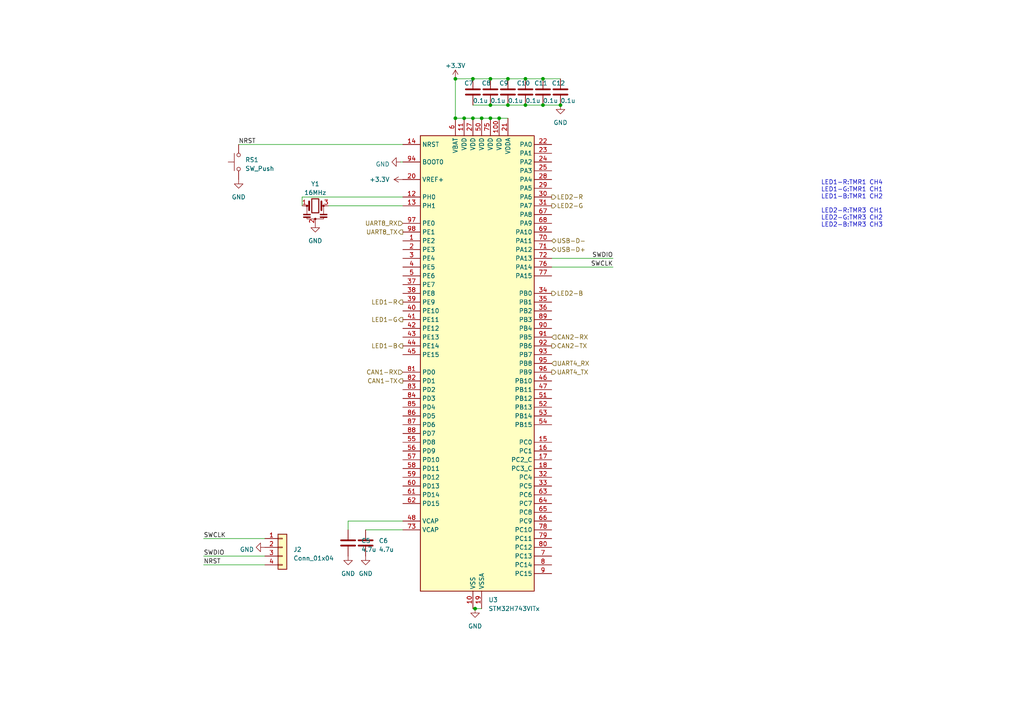
<source format=kicad_sch>
(kicad_sch (version 20231120) (generator "eeschema") (generator_version "8.0")
  (paper "A4")
  (lib_symbols
    (symbol "Connector_Generic:Conn_01x04" (pin_names (offset 1.016) hide)
      (property "Reference" "J" (at 0 5.08 0))
      (property "Value" "Conn_01x04" (at 0 -7.62 0))
      (symbol "Conn_01x04_1_1"
        (rectangle (start -1.27 -4.953) (end 0 -5.207) (stroke (width 0.1524)))
        (rectangle (start -1.27 -2.413) (end 0 -2.667) (stroke (width 0.1524)))
        (rectangle (start -1.27 0.127) (end 0 -0.127) (stroke (width 0.1524)))
        (rectangle (start -1.27 2.667) (end 0 2.413) (stroke (width 0.1524)))
        (rectangle (start -1.27 3.81) (end 1.27 -6.35) (stroke (width 0.254)) (fill (type background)))
        (pin passive line (at -5.08 2.54 0) (length 3.81) (name "Pin_1") (number "1"))
        (pin passive line (at -5.08 0 0) (length 3.81) (name "Pin_2") (number "2"))
        (pin passive line (at -5.08 -2.54 0) (length 3.81) (name "Pin_3") (number "3"))
        (pin passive line (at -5.08 -5.08 0) (length 3.81) (name "Pin_4") (number "4"))
      )
    )
    (symbol "Device:C" (pin_numbers hide) (pin_names (offset 0.254))
      (property "Reference" "C" (at 0.635 2.54 0))
      (property "Value" "C" (at 0.635 -2.54 0))
      (symbol "C_0_1"
        (polyline (pts (xy -2.032 -0.762) (xy 2.032 -0.762)) (stroke (width 0.508)))
        (polyline (pts (xy -2.032 0.762) (xy 2.032 0.762)) (stroke (width 0.508)))
      )
      (symbol "C_1_1"
        (pin passive line (at 0 3.81 270) (length 2.794) (name "~") (number "1"))
        (pin passive line (at 0 -3.81 90) (length 2.794) (name "~") (number "2"))
      )
    )
    (symbol "Device:Resonator" (pin_names (offset 1.016) hide)
      (property "Reference" "Y" (at 0 5.715 0))
      (property "Value" "Resonator" (at 0 3.81 0))
      (symbol "Resonator_0_1"
        (rectangle (start -3.429 -3.175) (end -1.397 -3.429) (fill (type outline)))
        (rectangle (start -3.429 -2.413) (end -1.397 -2.667) (fill (type outline)))
        (circle (center -2.413 0) (radius 0.254) (fill (type outline)))
        (rectangle (start -1.016 2.032) (end 1.016 -2.032) (stroke (width 0.3048)))
        (circle (center 0 -3.81) (radius 0.254) (fill (type outline)))
        (polyline (pts (xy -2.413 -2.413) (xy -2.413 0)))
        (polyline (pts (xy -1.905 0) (xy -3.175 0)))
        (polyline (pts (xy -1.778 -1.27) (xy -1.778 1.27)) (stroke (width 0.508)))
        (polyline (pts (xy 1.778 -1.27) (xy 1.778 1.27)) (stroke (width 0.508)))
        (polyline (pts (xy 1.905 0) (xy 2.54 0)))
        (polyline (pts (xy 2.413 0) (xy 2.413 -2.54)))
        (polyline (pts (xy 2.413 -3.302) (xy 2.413 -3.81) (xy -2.413 -3.81) (xy -2.413 -3.302)))
        (rectangle (start 1.397 -3.175) (end 3.429 -3.429) (fill (type outline)))
        (rectangle (start 1.397 -2.413) (end 3.429 -2.667) (fill (type outline)))
        (circle (center 2.413 0) (radius 0.254) (fill (type outline)))
      )
      (symbol "Resonator_1_1"
        (pin passive line (at -3.81 0 0) (length 1.27) (name "1") (number "1"))
        (pin passive line (at 0 -5.08 90) (length 1.27) (name "2") (number "2"))
        (pin passive line (at 3.81 0 180) (length 1.27) (name "3") (number "3"))
      )
    )
    (symbol "MCU_ST_STM32H7:STM32H743VITx"
      (property "Reference" "U" (at -15.24 67.31 0))
      (property "Value" "STM32H743VITx" (at 12.7 67.31 0))
      (symbol "STM32H743VITx_0_1"
        (rectangle (start -15.24 -66.04) (end 17.78 66.04) (stroke (width 0.254)) (fill (type background)))
      )
      (symbol "STM32H743VITx_1_1"
        (pin bidirectional line (at -20.32 35.56 0) (length 5.08) (name "PE2") (number "1"))
        (pin power_in line (at 0 -71.12 90) (length 5.08) (name "VSS") (number "10"))
        (pin power_in line (at 7.62 71.12 270) (length 5.08) (name "VDD") (number "100"))
        (pin power_in line (at -2.54 71.12 270) (length 5.08) (name "VDD") (number "11"))
        (pin bidirectional line (at -20.32 48.26 0) (length 5.08) (name "PH0") (number "12"))
        (pin bidirectional line (at -20.32 45.72 0) (length 5.08) (name "PH1") (number "13"))
        (pin input line (at -20.32 63.5 0) (length 5.08) (name "NRST") (number "14"))
        (pin bidirectional line (at 22.86 -22.86 180) (length 5.08) (name "PC0") (number "15"))
        (pin bidirectional line (at 22.86 -25.4 180) (length 5.08) (name "PC1") (number "16"))
        (pin bidirectional line (at 22.86 -27.94 180) (length 5.08) (name "PC2_C") (number "17"))
        (pin bidirectional line (at 22.86 -30.48 180) (length 5.08) (name "PC3_C") (number "18"))
        (pin power_in line (at 2.54 -71.12 90) (length 5.08) (name "VSSA") (number "19"))
        (pin bidirectional line (at -20.32 33.02 0) (length 5.08) (name "PE3") (number "2"))
        (pin input line (at -20.32 53.34 0) (length 5.08) (name "VREF+") (number "20"))
        (pin power_in line (at 10.16 71.12 270) (length 5.08) (name "VDDA") (number "21"))
        (pin bidirectional line (at 22.86 63.5 180) (length 5.08) (name "PA0") (number "22"))
        (pin bidirectional line (at 22.86 60.96 180) (length 5.08) (name "PA1") (number "23"))
        (pin bidirectional line (at 22.86 58.42 180) (length 5.08) (name "PA2") (number "24"))
        (pin bidirectional line (at 22.86 55.88 180) (length 5.08) (name "PA3") (number "25"))
        (pin passive line (at 0 -71.12 90) (length 5.08) hide (name "VSS") (number "26"))
        (pin power_in line (at 0 71.12 270) (length 5.08) (name "VDD") (number "27"))
        (pin bidirectional line (at 22.86 53.34 180) (length 5.08) (name "PA4") (number "28"))
        (pin bidirectional line (at 22.86 50.8 180) (length 5.08) (name "PA5") (number "29"))
        (pin bidirectional line (at -20.32 30.48 0) (length 5.08) (name "PE4") (number "3"))
        (pin bidirectional line (at 22.86 48.26 180) (length 5.08) (name "PA6") (number "30"))
        (pin bidirectional line (at 22.86 45.72 180) (length 5.08) (name "PA7") (number "31"))
        (pin bidirectional line (at 22.86 -33.02 180) (length 5.08) (name "PC4") (number "32"))
        (pin bidirectional line (at 22.86 -35.56 180) (length 5.08) (name "PC5") (number "33"))
        (pin bidirectional line (at 22.86 20.32 180) (length 5.08) (name "PB0") (number "34"))
        (pin bidirectional line (at 22.86 17.78 180) (length 5.08) (name "PB1") (number "35"))
        (pin bidirectional line (at 22.86 15.24 180) (length 5.08) (name "PB2") (number "36"))
        (pin bidirectional line (at -20.32 22.86 0) (length 5.08) (name "PE7") (number "37"))
        (pin bidirectional line (at -20.32 20.32 0) (length 5.08) (name "PE8") (number "38"))
        (pin bidirectional line (at -20.32 17.78 0) (length 5.08) (name "PE9") (number "39"))
        (pin bidirectional line (at -20.32 27.94 0) (length 5.08) (name "PE5") (number "4"))
        (pin bidirectional line (at -20.32 15.24 0) (length 5.08) (name "PE10") (number "40"))
        (pin bidirectional line (at -20.32 12.7 0) (length 5.08) (name "PE11") (number "41"))
        (pin bidirectional line (at -20.32 10.16 0) (length 5.08) (name "PE12") (number "42"))
        (pin bidirectional line (at -20.32 7.62 0) (length 5.08) (name "PE13") (number "43"))
        (pin bidirectional line (at -20.32 5.08 0) (length 5.08) (name "PE14") (number "44"))
        (pin bidirectional line (at -20.32 2.54 0) (length 5.08) (name "PE15") (number "45"))
        (pin bidirectional line (at 22.86 -5.08 180) (length 5.08) (name "PB10") (number "46"))
        (pin bidirectional line (at 22.86 -7.62 180) (length 5.08) (name "PB11") (number "47"))
        (pin power_out line (at -20.32 -45.72 0) (length 5.08) (name "VCAP") (number "48"))
        (pin passive line (at 0 -71.12 90) (length 5.08) hide (name "VSS") (number "49"))
        (pin bidirectional line (at -20.32 25.4 0) (length 5.08) (name "PE6") (number "5"))
        (pin power_in line (at 2.54 71.12 270) (length 5.08) (name "VDD") (number "50"))
        (pin bidirectional line (at 22.86 -10.16 180) (length 5.08) (name "PB12") (number "51"))
        (pin bidirectional line (at 22.86 -12.7 180) (length 5.08) (name "PB13") (number "52"))
        (pin bidirectional line (at 22.86 -15.24 180) (length 5.08) (name "PB14") (number "53"))
        (pin bidirectional line (at 22.86 -17.78 180) (length 5.08) (name "PB15") (number "54"))
        (pin bidirectional line (at -20.32 -22.86 0) (length 5.08) (name "PD8") (number "55"))
        (pin bidirectional line (at -20.32 -25.4 0) (length 5.08) (name "PD9") (number "56"))
        (pin bidirectional line (at -20.32 -27.94 0) (length 5.08) (name "PD10") (number "57"))
        (pin bidirectional line (at -20.32 -30.48 0) (length 5.08) (name "PD11") (number "58"))
        (pin bidirectional line (at -20.32 -33.02 0) (length 5.08) (name "PD12") (number "59"))
        (pin power_in line (at -5.08 71.12 270) (length 5.08) (name "VBAT") (number "6"))
        (pin bidirectional line (at -20.32 -35.56 0) (length 5.08) (name "PD13") (number "60"))
        (pin bidirectional line (at -20.32 -38.1 0) (length 5.08) (name "PD14") (number "61"))
        (pin bidirectional line (at -20.32 -40.64 0) (length 5.08) (name "PD15") (number "62"))
        (pin bidirectional line (at 22.86 -38.1 180) (length 5.08) (name "PC6") (number "63"))
        (pin bidirectional line (at 22.86 -40.64 180) (length 5.08) (name "PC7") (number "64"))
        (pin bidirectional line (at 22.86 -43.18 180) (length 5.08) (name "PC8") (number "65"))
        (pin bidirectional line (at 22.86 -45.72 180) (length 5.08) (name "PC9") (number "66"))
        (pin bidirectional line (at 22.86 43.18 180) (length 5.08) (name "PA8") (number "67"))
        (pin bidirectional line (at 22.86 40.64 180) (length 5.08) (name "PA9") (number "68"))
        (pin bidirectional line (at 22.86 38.1 180) (length 5.08) (name "PA10") (number "69"))
        (pin bidirectional line (at 22.86 -55.88 180) (length 5.08) (name "PC13") (number "7"))
        (pin bidirectional line (at 22.86 35.56 180) (length 5.08) (name "PA11") (number "70"))
        (pin bidirectional line (at 22.86 33.02 180) (length 5.08) (name "PA12") (number "71"))
        (pin bidirectional line (at 22.86 30.48 180) (length 5.08) (name "PA13") (number "72"))
        (pin power_out line (at -20.32 -48.26 0) (length 5.08) (name "VCAP") (number "73"))
        (pin passive line (at 0 -71.12 90) (length 5.08) hide (name "VSS") (number "74"))
        (pin power_in line (at 5.08 71.12 270) (length 5.08) (name "VDD") (number "75"))
        (pin bidirectional line (at 22.86 27.94 180) (length 5.08) (name "PA14") (number "76"))
        (pin bidirectional line (at 22.86 25.4 180) (length 5.08) (name "PA15") (number "77"))
        (pin bidirectional line (at 22.86 -48.26 180) (length 5.08) (name "PC10") (number "78"))
        (pin bidirectional line (at 22.86 -50.8 180) (length 5.08) (name "PC11") (number "79"))
        (pin bidirectional line (at 22.86 -58.42 180) (length 5.08) (name "PC14") (number "8"))
        (pin bidirectional line (at 22.86 -53.34 180) (length 5.08) (name "PC12") (number "80"))
        (pin bidirectional line (at -20.32 -2.54 0) (length 5.08) (name "PD0") (number "81"))
        (pin bidirectional line (at -20.32 -5.08 0) (length 5.08) (name "PD1") (number "82"))
        (pin bidirectional line (at -20.32 -7.62 0) (length 5.08) (name "PD2") (number "83"))
        (pin bidirectional line (at -20.32 -10.16 0) (length 5.08) (name "PD3") (number "84"))
        (pin bidirectional line (at -20.32 -12.7 0) (length 5.08) (name "PD4") (number "85"))
        (pin bidirectional line (at -20.32 -15.24 0) (length 5.08) (name "PD5") (number "86"))
        (pin bidirectional line (at -20.32 -17.78 0) (length 5.08) (name "PD6") (number "87"))
        (pin bidirectional line (at -20.32 -20.32 0) (length 5.08) (name "PD7") (number "88"))
        (pin bidirectional line (at 22.86 12.7 180) (length 5.08) (name "PB3") (number "89"))
        (pin bidirectional line (at 22.86 -60.96 180) (length 5.08) (name "PC15") (number "9"))
        (pin bidirectional line (at 22.86 10.16 180) (length 5.08) (name "PB4") (number "90"))
        (pin bidirectional line (at 22.86 7.62 180) (length 5.08) (name "PB5") (number "91"))
        (pin bidirectional line (at 22.86 5.08 180) (length 5.08) (name "PB6") (number "92"))
        (pin bidirectional line (at 22.86 2.54 180) (length 5.08) (name "PB7") (number "93"))
        (pin input line (at -20.32 58.42 0) (length 5.08) (name "BOOT0") (number "94"))
        (pin bidirectional line (at 22.86 0 180) (length 5.08) (name "PB8") (number "95"))
        (pin bidirectional line (at 22.86 -2.54 180) (length 5.08) (name "PB9") (number "96"))
        (pin bidirectional line (at -20.32 40.64 0) (length 5.08) (name "PE0") (number "97"))
        (pin bidirectional line (at -20.32 38.1 0) (length 5.08) (name "PE1") (number "98"))
        (pin passive line (at 0 -71.12 90) (length 5.08) hide (name "VSS") (number "99"))
      )
    )
    (symbol "Switch:SW_Push" (pin_numbers hide) (pin_names (offset 1.016) hide)
      (property "Reference" "SW" (at 1.27 2.54 0))
      (property "Value" "SW_Push" (at 0 -1.524 0))
      (symbol "SW_Push_0_1"
        (circle (center -2.032 0) (radius 0.508))
        (polyline (pts (xy 0 1.27) (xy 0 3.048)))
        (polyline (pts (xy 2.54 1.27) (xy -2.54 1.27)))
        (circle (center 2.032 0) (radius 0.508))
        (pin passive line (at -5.08 0 0) (length 2.54) (name "1") (number "1"))
        (pin passive line (at 5.08 0 180) (length 2.54) (name "2") (number "2"))
      )
    )
    (symbol "power:+3.3V" (power) (pin_names (offset 0))
      (property "Value" "+3.3V" (at 0 3.556 0))
      (symbol "+3.3V_0_1"
        (polyline (pts (xy -0.762 1.27) (xy 0 2.54)))
        (polyline (pts (xy 0 0) (xy 0 2.54)))
        (polyline (pts (xy 0 2.54) (xy 0.762 1.27)))
      )
      (symbol "+3.3V_1_1"
        (pin power_in line (at 0 0 90) (length 0) hide (name "+3.3V") (number "1"))
      )
    )
    (symbol "power:GND" (power) (pin_names (offset 0))
      (property "Value" "GND" (at 0 -3.81 0))
      (symbol "GND_0_1"
        (polyline (pts (xy 0 0) (xy 0 -1.27) (xy 1.27 -1.27) (xy 0 -2.54) (xy -1.27 -1.27) (xy 0 -1.27)))
      )
      (symbol "GND_1_1"
        (pin power_in line (at 0 0 270) (length 0) hide (name "GND") (number "1"))
      )
    )
  )
  (junction (at 132.08 22.86))
  (junction (at 137.16 34.29))
  (junction (at 137.16 22.86))
  (junction (at 162.56 30.48))
  (junction (at 157.48 30.48))
  (junction (at 142.24 22.86))
  (junction (at 147.32 30.48))
  (junction (at 142.24 34.29))
  (junction (at 144.78 34.29))
  (junction (at 152.4 30.48))
  (junction (at 132.08 34.29))
  (junction (at 157.48 22.86))
  (junction (at 152.4 22.86))
  (junction (at 142.24 30.48))
  (junction (at 139.7 34.29))
  (junction (at 137.795 176.53))
  (junction (at 134.62 34.29))
  (junction (at 147.32 22.86))
  (wire (pts (xy 152.4 30.48) (xy 157.48 30.48)))
  (wire (pts (xy 116.84 57.15) (xy 87.63 57.15)))
  (wire (pts (xy 137.16 22.86) (xy 142.24 22.86)))
  (wire (pts (xy 139.7 34.29) (xy 142.24 34.29)))
  (wire (pts (xy 137.16 34.29) (xy 139.7 34.29)))
  (wire (pts (xy 142.24 30.48) (xy 147.32 30.48)))
  (wire (pts (xy 116.84 46.99) (xy 116.205 46.99)))
  (wire (pts (xy 100.965 153.67) (xy 100.965 151.13)))
  (wire (pts (xy 132.08 22.86) (xy 132.08 34.29)))
  (wire (pts (xy 100.965 151.13) (xy 116.84 151.13)))
  (wire (pts (xy 147.32 30.48) (xy 152.4 30.48)))
  (wire (pts (xy 142.24 34.29) (xy 144.78 34.29)))
  (wire (pts (xy 106.045 153.67) (xy 116.84 153.67)))
  (wire (pts (xy 95.25 59.69) (xy 116.84 59.69)))
  (wire (pts (xy 87.63 57.15) (xy 87.63 59.69)))
  (wire (pts (xy 137.16 30.48) (xy 142.24 30.48)))
  (wire (pts (xy 157.48 22.86) (xy 162.56 22.86)))
  (wire (pts (xy 147.32 22.86) (xy 152.4 22.86)))
  (wire (pts (xy 177.8 74.93) (xy 160.02 74.93)))
  (wire (pts (xy 132.08 22.86) (xy 137.16 22.86)))
  (wire (pts (xy 76.835 156.21) (xy 59.055 156.21)))
  (wire (pts (xy 162.56 30.48) (xy 157.48 30.48)))
  (wire (pts (xy 69.215 41.91) (xy 116.84 41.91)))
  (wire (pts (xy 160.02 77.47) (xy 177.8 77.47)))
  (wire (pts (xy 59.055 163.83) (xy 76.835 163.83)))
  (wire (pts (xy 152.4 22.86) (xy 157.48 22.86)))
  (wire (pts (xy 137.16 176.53) (xy 137.795 176.53)))
  (wire (pts (xy 142.24 22.86) (xy 147.32 22.86)))
  (wire (pts (xy 144.78 34.29) (xy 147.32 34.29)))
  (wire (pts (xy 137.795 176.53) (xy 139.7 176.53)))
  (wire (pts (xy 134.62 34.29) (xy 137.16 34.29)))
  (wire (pts (xy 59.055 161.29) (xy 76.835 161.29)))
  (wire (pts (xy 132.08 34.29) (xy 134.62 34.29)))
  (text "LED1-R:TMR1 CH4\nLED1-G:TMR1 CH1\nLED1-B:TMR1 CH2\n\nLED2-R:TMR3 CH1\nLED2-G:TMR3 CH2\nLED2-B:TMR3 CH3" (at 238.125 66.04 0) (effects (font (size 1.27 1.27)) (justify left bottom)))
  (label "SWCLK" (at 177.8 77.47 180))
  (label "SWCLK" (at 59.055 156.21 0))
  (label "NRST" (at 69.215 41.91 0))
  (label "SWDIO" (at 177.8 74.93 180))
  (label "NRST" (at 59.055 163.83 0))
  (label "SWDIO" (at 59.055 161.29 0))
  (hierarchical_label "USB-D+" (shape bidirectional) (at 160.02 72.39 0))
  (hierarchical_label "CAN1-TX" (shape output) (at 116.84 110.49 180))
  (hierarchical_label "UART4_TX" (shape output) (at 160.02 107.95 0))
  (hierarchical_label "LED2-G" (shape output) (at 160.02 59.69 0))
  (hierarchical_label "CAN1-RX" (shape input) (at 116.84 107.95 180))
  (hierarchical_label "USB-D-" (shape bidirectional) (at 160.02 69.85 0))
  (hierarchical_label "LED1-G" (shape output) (at 116.84 92.71 180))
  (hierarchical_label "LED2-R" (shape output) (at 160.02 57.15 0))
  (hierarchical_label "UART4_RX" (shape input) (at 160.02 105.41 0))
  (hierarchical_label "LED1-R" (shape output) (at 116.84 87.63 180))
  (hierarchical_label "CAN2-RX" (shape input) (at 160.02 97.79 0))
  (hierarchical_label "UART8_RX" (shape input) (at 116.84 64.77 180))
  (hierarchical_label "LED1-B" (shape output) (at 116.84 100.33 180))
  (hierarchical_label "UART8_TX" (shape output) (at 116.84 67.31 180))
  (hierarchical_label "LED2-B" (shape output) (at 160.02 85.09 0))
  (hierarchical_label "CAN2-TX" (shape output) (at 160.02 100.33 0))
  (symbol (lib_id "Device:C") (at 137.16 26.67 0) (unit 1)
    (property "Reference" "C7" (at 134.62 24.13 0) (effects (justify left)))
    (property "Value" "0.1u" (at 137.16 29.21 0) (effects (justify left)))
    (property "Footprint" "Capacitor_SMD:C_0603_1608Metric_Pad1.08x0.95mm_HandSolder" (effects (hide yes)))
  )
  (symbol (lib_id "Device:Resonator") (at 91.44 59.69 0) (unit 1)
    (property "Reference" "Y1" (at 91.44 53.34 0))
    (property "Value" "16MHz" (at 91.44 55.88 0))
    (property "Footprint" "Crystal:Resonator_SMD_Murata_CSTxExxV-3Pin_3.0x1.1mm_HandSoldering" (effects (hide yes)))
  )
  (symbol (lib_id "Device:C") (at 152.4 26.67 0) (unit 1)
    (property "Reference" "C10" (at 149.86 24.13 0) (effects (justify left)))
    (property "Value" "0.1u" (at 152.4 29.21 0) (effects (justify left)))
    (property "Footprint" "Capacitor_SMD:C_0603_1608Metric_Pad1.08x0.95mm_HandSolder" (effects (hide yes)))
  )
  (symbol (lib_id "power:GND") (at 116.205 46.99 270) (unit 1)
    (property "Reference" "#PWR030" (effects (hide yes)))
    (property "Value" "GND" (at 113.03 47.625 90) (effects (justify right)))
  )
  (symbol (lib_id "Device:C") (at 147.32 26.67 0) (unit 1)
    (property "Reference" "C9" (at 144.78 24.13 0) (effects (justify left)))
    (property "Value" "0.1u" (at 147.32 29.21 0) (effects (justify left)))
    (property "Footprint" "Capacitor_SMD:C_0603_1608Metric_Pad1.08x0.95mm_HandSolder" (effects (hide yes)))
  )
  (symbol (lib_id "power:GND") (at 137.795 176.53 0) (unit 1)
    (property "Reference" "#PWR033" (effects (hide yes)))
    (property "Value" "GND" (at 137.795 181.61 0))
  )
  (symbol (lib_id "power:+3.3V") (at 116.84 52.07 90) (unit 1)
    (property "Reference" "#PWR031" (effects (hide yes)))
    (property "Value" "+3.3V" (at 113.03 52.0699 90) (effects (justify left)))
  )
  (symbol (lib_id "power:+3.3V") (at 132.08 22.86 0) (unit 1)
    (property "Reference" "#PWR032" (effects (hide yes)))
    (property "Value" "+3.3V" (at 132.08 19.05 0))
  )
  (symbol (lib_id "power:GND") (at 91.44 64.77 0) (unit 1)
    (property "Reference" "#PWR027" (effects (hide yes)))
    (property "Value" "GND" (at 91.44 69.85 0))
  )
  (symbol (lib_id "power:GND") (at 106.045 161.29 0) (unit 1)
    (property "Reference" "#PWR029" (effects (hide yes)))
    (property "Value" "GND" (at 106.045 166.37 0))
  )
  (symbol (lib_id "power:GND") (at 69.215 52.07 0) (unit 1)
    (property "Reference" "#PWR025" (effects (hide yes)))
    (property "Value" "GND" (at 69.215 57.15 0))
  )
  (symbol (lib_id "Connector_Generic:Conn_01x04") (at 81.915 158.75 0) (unit 1)
    (property "Reference" "J2" (at 85.09 159.385 0) (effects (justify left)))
    (property "Value" "Conn_01x04" (at 85.09 161.925 0) (effects (justify left)))
    (property "Footprint" "Connector_JST:JST_SH_SM04B-SRSS-TB_1x04-1MP_P1.00mm_Horizontal" (effects (hide yes)))
  )
  (symbol (lib_id "MCU_ST_STM32H7:STM32H743VITx") (at 137.16 105.41 0) (unit 1)
    (property "Reference" "U3" (at 141.6559 173.99 0) (effects (justify left)))
    (property "Value" "STM32H743VITx" (at 141.6559 176.53 0) (effects (justify left)))
    (property "Footprint" "Package_QFP:LQFP-100_14x14mm_P0.5mm" (effects (hide yes)))
    (property "Datasheet" "https://www.st.com/resource/en/datasheet/stm32h743vi.pdf" (effects (hide yes)))
  )
  (symbol (lib_id "Device:C") (at 106.045 157.48 0) (unit 1)
    (property "Reference" "C6" (at 109.855 156.845 0) (effects (justify left)))
    (property "Value" "4.7u" (at 109.855 159.385 0) (effects (justify left)))
    (property "Footprint" "Capacitor_SMD:C_0805_2012Metric_Pad1.18x1.45mm_HandSolder" (effects (hide yes)))
  )
  (symbol (lib_id "Switch:SW_Push") (at 69.215 46.99 90) (unit 1)
    (property "Reference" "RS1" (at 71.12 46.355 90) (effects (justify right)))
    (property "Value" "SW_Push" (at 71.12 48.895 90) (effects (justify right)))
    (property "Footprint" "Robocon_Switch:KMR621NG" (effects (hide yes)))
  )
  (symbol (lib_id "Device:C") (at 157.48 26.67 0) (unit 1)
    (property "Reference" "C11" (at 154.94 24.13 0) (effects (justify left)))
    (property "Value" "0.1u" (at 157.48 29.21 0) (effects (justify left)))
    (property "Footprint" "Capacitor_SMD:C_0603_1608Metric_Pad1.08x0.95mm_HandSolder" (effects (hide yes)))
  )
  (symbol (lib_id "Device:C") (at 142.24 26.67 0) (unit 1)
    (property "Reference" "C8" (at 139.7 24.13 0) (effects (justify left)))
    (property "Value" "0.1u" (at 142.24 29.21 0) (effects (justify left)))
    (property "Footprint" "Capacitor_SMD:C_0603_1608Metric_Pad1.08x0.95mm_HandSolder" (effects (hide yes)))
  )
  (symbol (lib_id "power:GND") (at 162.56 30.48 0) (unit 1)
    (property "Reference" "#PWR034" (effects (hide yes)))
    (property "Value" "GND" (at 162.56 35.56 0))
  )
  (symbol (lib_id "Device:C") (at 100.965 157.48 0) (unit 1)
    (property "Reference" "C5" (at 104.775 156.845 0) (effects (justify left)))
    (property "Value" "4.7u" (at 104.775 159.385 0) (effects (justify left)))
    (property "Footprint" "Capacitor_SMD:C_0805_2012Metric_Pad1.18x1.45mm_HandSolder" (effects (hide yes)))
  )
  (symbol (lib_id "Device:C") (at 162.56 26.67 0) (unit 1)
    (property "Reference" "C12" (at 160.02 24.13 0) (effects (justify left)))
    (property "Value" "0.1u" (at 162.56 29.21 0) (effects (justify left)))
    (property "Footprint" "Capacitor_SMD:C_0603_1608Metric_Pad1.08x0.95mm_HandSolder" (effects (hide yes)))
  )
  (symbol (lib_id "power:GND") (at 100.965 161.29 0) (unit 1)
    (property "Reference" "#PWR028" (effects (hide yes)))
    (property "Value" "GND" (at 100.965 166.37 0))
  )
  (symbol (lib_id "power:GND") (at 76.835 158.75 270) (mirror x) (unit 1)
    (property "Reference" "#PWR026" (effects (hide yes)))
    (property "Value" "GND" (at 73.66 159.385 90) (effects (justify right)))
  )
)
</source>
